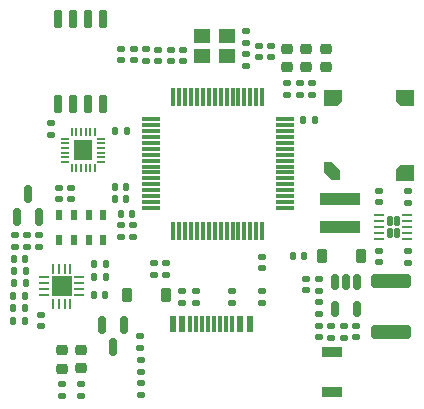
<source format=gbr>
%TF.GenerationSoftware,KiCad,Pcbnew,7.0.9*%
%TF.CreationDate,2024-03-28T09:14:24+03:00*%
%TF.ProjectId,MicroFlightController-v2,4d696372-6f46-46c6-9967-6874436f6e74,rev?*%
%TF.SameCoordinates,Original*%
%TF.FileFunction,Paste,Top*%
%TF.FilePolarity,Positive*%
%FSLAX46Y46*%
G04 Gerber Fmt 4.6, Leading zero omitted, Abs format (unit mm)*
G04 Created by KiCad (PCBNEW 7.0.9) date 2024-03-28 09:14:24*
%MOMM*%
%LPD*%
G01*
G04 APERTURE LIST*
G04 Aperture macros list*
%AMRoundRect*
0 Rectangle with rounded corners*
0 $1 Rounding radius*
0 $2 $3 $4 $5 $6 $7 $8 $9 X,Y pos of 4 corners*
0 Add a 4 corners polygon primitive as box body*
4,1,4,$2,$3,$4,$5,$6,$7,$8,$9,$2,$3,0*
0 Add four circle primitives for the rounded corners*
1,1,$1+$1,$2,$3*
1,1,$1+$1,$4,$5*
1,1,$1+$1,$6,$7*
1,1,$1+$1,$8,$9*
0 Add four rect primitives between the rounded corners*
20,1,$1+$1,$2,$3,$4,$5,0*
20,1,$1+$1,$4,$5,$6,$7,0*
20,1,$1+$1,$6,$7,$8,$9,0*
20,1,$1+$1,$8,$9,$2,$3,0*%
%AMOutline5P*
0 Free polygon, 5 corners , with rotation*
0 The origin of the aperture is its center*
0 number of corners: always 5*
0 $1 to $10 corner X, Y*
0 $11 Rotation angle, in degrees counterclockwise*
0 create outline with 5 corners*
4,1,5,$1,$2,$3,$4,$5,$6,$7,$8,$9,$10,$1,$2,$11*%
%AMOutline6P*
0 Free polygon, 6 corners , with rotation*
0 The origin of the aperture is its center*
0 number of corners: always 6*
0 $1 to $12 corner X, Y*
0 $13 Rotation angle, in degrees counterclockwise*
0 create outline with 6 corners*
4,1,6,$1,$2,$3,$4,$5,$6,$7,$8,$9,$10,$11,$12,$1,$2,$13*%
%AMOutline7P*
0 Free polygon, 7 corners , with rotation*
0 The origin of the aperture is its center*
0 number of corners: always 7*
0 $1 to $14 corner X, Y*
0 $15 Rotation angle, in degrees counterclockwise*
0 create outline with 7 corners*
4,1,7,$1,$2,$3,$4,$5,$6,$7,$8,$9,$10,$11,$12,$13,$14,$1,$2,$15*%
%AMOutline8P*
0 Free polygon, 8 corners , with rotation*
0 The origin of the aperture is its center*
0 number of corners: always 8*
0 $1 to $16 corner X, Y*
0 $17 Rotation angle, in degrees counterclockwise*
0 create outline with 8 corners*
4,1,8,$1,$2,$3,$4,$5,$6,$7,$8,$9,$10,$11,$12,$13,$14,$15,$16,$1,$2,$17*%
G04 Aperture macros list end*
%ADD10R,0.254000X0.812800*%
%ADD11R,0.812800X0.254000*%
%ADD12R,1.752600X1.752600*%
%ADD13RoundRect,0.140000X0.170000X-0.140000X0.170000X0.140000X-0.170000X0.140000X-0.170000X-0.140000X0*%
%ADD14RoundRect,0.225000X-0.225000X-0.375000X0.225000X-0.375000X0.225000X0.375000X-0.225000X0.375000X0*%
%ADD15RoundRect,0.135000X-0.185000X0.135000X-0.185000X-0.135000X0.185000X-0.135000X0.185000X0.135000X0*%
%ADD16RoundRect,0.140000X-0.170000X0.140000X-0.170000X-0.140000X0.170000X-0.140000X0.170000X0.140000X0*%
%ADD17RoundRect,0.135000X0.185000X-0.135000X0.185000X0.135000X-0.185000X0.135000X-0.185000X-0.135000X0*%
%ADD18R,1.700000X0.900000*%
%ADD19RoundRect,0.135000X-0.135000X-0.185000X0.135000X-0.185000X0.135000X0.185000X-0.135000X0.185000X0*%
%ADD20RoundRect,0.140000X-0.140000X-0.170000X0.140000X-0.170000X0.140000X0.170000X-0.140000X0.170000X0*%
%ADD21R,0.600000X1.450000*%
%ADD22R,0.300000X1.450000*%
%ADD23RoundRect,0.150000X0.150000X-0.650000X0.150000X0.650000X-0.150000X0.650000X-0.150000X-0.650000X0*%
%ADD24RoundRect,0.135000X0.135000X0.185000X-0.135000X0.185000X-0.135000X-0.185000X0.135000X-0.185000X0*%
%ADD25RoundRect,0.075000X-0.075000X0.700000X-0.075000X-0.700000X0.075000X-0.700000X0.075000X0.700000X0*%
%ADD26RoundRect,0.075000X-0.700000X0.075000X-0.700000X-0.075000X0.700000X-0.075000X0.700000X0.075000X0*%
%ADD27RoundRect,0.140000X0.140000X0.170000X-0.140000X0.170000X-0.140000X-0.170000X0.140000X-0.170000X0*%
%ADD28RoundRect,0.150000X-0.150000X0.587500X-0.150000X-0.587500X0.150000X-0.587500X0.150000X0.587500X0*%
%ADD29R,3.400000X0.980000*%
%ADD30RoundRect,0.218750X0.256250X-0.218750X0.256250X0.218750X-0.256250X0.218750X-0.256250X-0.218750X0*%
%ADD31RoundRect,0.120000X-0.120000X-0.285000X0.120000X-0.285000X0.120000X0.285000X-0.120000X0.285000X0*%
%ADD32RoundRect,0.062500X-0.350000X-0.062500X0.350000X-0.062500X0.350000X0.062500X-0.350000X0.062500X0*%
%ADD33RoundRect,0.250000X1.450000X-0.312500X1.450000X0.312500X-1.450000X0.312500X-1.450000X-0.312500X0*%
%ADD34RoundRect,0.147500X0.172500X-0.147500X0.172500X0.147500X-0.172500X0.147500X-0.172500X-0.147500X0*%
%ADD35RoundRect,0.218750X-0.256250X0.218750X-0.256250X-0.218750X0.256250X-0.218750X0.256250X0.218750X0*%
%ADD36Outline6P,-0.762000X0.000000X-0.112000X0.650000X0.762000X0.650000X0.762000X0.000000X0.112000X-0.650000X-0.762000X-0.650000X90.000000*%
%ADD37Outline5P,-0.762000X0.650000X0.762000X0.650000X0.762000X-0.260000X0.372000X-0.650000X-0.762000X-0.650000X0.000000*%
%ADD38Outline5P,-0.762000X0.260000X-0.372000X0.650000X0.762000X0.650000X0.762000X-0.650000X-0.762000X-0.650000X0.000000*%
%ADD39Outline5P,-0.762000X0.650000X0.762000X0.650000X0.762000X-0.650000X-0.372000X-0.650000X-0.762000X-0.260000X0.000000*%
%ADD40R,0.203200X0.660400*%
%ADD41R,0.660400X0.203200*%
%ADD42R,1.600200X1.752600*%
%ADD43R,1.400000X1.200000*%
%ADD44RoundRect,0.150000X-0.150000X0.512500X-0.150000X-0.512500X0.150000X-0.512500X0.150000X0.512500X0*%
%ADD45R,0.550000X0.950000*%
%ADD46RoundRect,0.150000X0.150000X-0.587500X0.150000X0.587500X-0.150000X0.587500X-0.150000X-0.587500X0*%
G04 APERTURE END LIST*
D10*
%TO.C,U7*%
X134974998Y-106650000D03*
X135474999Y-106650000D03*
X135974999Y-106650000D03*
X136475000Y-106650000D03*
D11*
X137198199Y-105926801D03*
X137198199Y-105426800D03*
X137198199Y-104926800D03*
X137198199Y-104426799D03*
D10*
X136475000Y-103703600D03*
X135974999Y-103703600D03*
X135474999Y-103703600D03*
X134974998Y-103703600D03*
D11*
X134251799Y-104426799D03*
X134251799Y-104926800D03*
X134251799Y-105426800D03*
X134251799Y-105926801D03*
D12*
X135724999Y-105176800D03*
%TD*%
D13*
%TO.C,C25*%
X165020000Y-98110000D03*
X165020000Y-97150000D03*
%TD*%
D14*
%TO.C,D1*%
X141300000Y-105875000D03*
X144600000Y-105875000D03*
%TD*%
D15*
%TO.C,R29*%
X154825000Y-87975000D03*
X154825000Y-88995000D03*
%TD*%
D16*
%TO.C,C2*%
X145925000Y-105595000D03*
X145925000Y-106555000D03*
%TD*%
D17*
%TO.C,R12*%
X142400000Y-110440000D03*
X142400000Y-109420000D03*
%TD*%
%TO.C,R4*%
X150140000Y-106590000D03*
X150140000Y-105570000D03*
%TD*%
D18*
%TO.C,SW1*%
X158640000Y-114160000D03*
X158640000Y-110760000D03*
%TD*%
D19*
%TO.C,R18*%
X138450000Y-103300000D03*
X139470000Y-103300000D03*
%TD*%
D15*
%TO.C,R3*%
X158570000Y-108530000D03*
X158570000Y-109550000D03*
%TD*%
D17*
%TO.C,R27*%
X133825000Y-101835000D03*
X133825000Y-100815000D03*
%TD*%
D20*
%TO.C,C5*%
X140290000Y-92020000D03*
X141250000Y-92020000D03*
%TD*%
D13*
%TO.C,C7*%
X145975000Y-86100000D03*
X145975000Y-85140000D03*
%TD*%
D14*
%TO.C,D2*%
X157802500Y-102640000D03*
X161102500Y-102640000D03*
%TD*%
D13*
%TO.C,C8*%
X152700000Y-103645000D03*
X152700000Y-102685000D03*
%TD*%
D21*
%TO.C,J1*%
X145140000Y-108395000D03*
X145940000Y-108395000D03*
D22*
X147140000Y-108395000D03*
X148140000Y-108395000D03*
X148640000Y-108395000D03*
X149640000Y-108395000D03*
D21*
X150840000Y-108395000D03*
X151640000Y-108395000D03*
X151640000Y-108395000D03*
X150840000Y-108395000D03*
D22*
X150140000Y-108395000D03*
X149140000Y-108395000D03*
X147640000Y-108395000D03*
X146640000Y-108395000D03*
D21*
X145940000Y-108395000D03*
X145140000Y-108395000D03*
%TD*%
D17*
%TO.C,R15*%
X157510000Y-105540000D03*
X157510000Y-104520000D03*
%TD*%
D15*
%TO.C,R8*%
X141800000Y-100025000D03*
X141800000Y-101045000D03*
%TD*%
D16*
%TO.C,C17*%
X134860000Y-91370000D03*
X134860000Y-92330000D03*
%TD*%
D13*
%TO.C,C3*%
X157510000Y-109510000D03*
X157510000Y-108550000D03*
%TD*%
D16*
%TO.C,C10*%
X153475000Y-84800000D03*
X153475000Y-85760000D03*
%TD*%
D23*
%TO.C,U4*%
X135390000Y-89725000D03*
X136660000Y-89725000D03*
X137930000Y-89725000D03*
X139200000Y-89725000D03*
X139200000Y-82525000D03*
X137930000Y-82525000D03*
X136660000Y-82525000D03*
X135390000Y-82525000D03*
%TD*%
D16*
%TO.C,C19*%
X140775000Y-85095000D03*
X140775000Y-86055000D03*
%TD*%
D24*
%TO.C,R19*%
X132660000Y-105975000D03*
X131640000Y-105975000D03*
%TD*%
D19*
%TO.C,R16*%
X138490000Y-104425000D03*
X139510000Y-104425000D03*
%TD*%
D25*
%TO.C,U1*%
X152700000Y-89115000D03*
X152200000Y-89115000D03*
X151700000Y-89115000D03*
X151200000Y-89115000D03*
X150700000Y-89115000D03*
X150200000Y-89115000D03*
X149700000Y-89115000D03*
X149200000Y-89115000D03*
X148700000Y-89115000D03*
X148200000Y-89115000D03*
X147700000Y-89115000D03*
X147200000Y-89115000D03*
X146700000Y-89115000D03*
X146200000Y-89115000D03*
X145700000Y-89115000D03*
X145200000Y-89115000D03*
D26*
X143275000Y-91040000D03*
X143275000Y-91540000D03*
X143275000Y-92040000D03*
X143275000Y-92540000D03*
X143275000Y-93040000D03*
X143275000Y-93540000D03*
X143275000Y-94040000D03*
X143275000Y-94540000D03*
X143275000Y-95040000D03*
X143275000Y-95540000D03*
X143275000Y-96040000D03*
X143275000Y-96540000D03*
X143275000Y-97040000D03*
X143275000Y-97540000D03*
X143275000Y-98040000D03*
X143275000Y-98540000D03*
D25*
X145200000Y-100465000D03*
X145700000Y-100465000D03*
X146200000Y-100465000D03*
X146700000Y-100465000D03*
X147200000Y-100465000D03*
X147700000Y-100465000D03*
X148200000Y-100465000D03*
X148700000Y-100465000D03*
X149200000Y-100465000D03*
X149700000Y-100465000D03*
X150200000Y-100465000D03*
X150700000Y-100465000D03*
X151200000Y-100465000D03*
X151700000Y-100465000D03*
X152200000Y-100465000D03*
X152700000Y-100465000D03*
D26*
X154625000Y-98540000D03*
X154625000Y-98040000D03*
X154625000Y-97540000D03*
X154625000Y-97040000D03*
X154625000Y-96540000D03*
X154625000Y-96040000D03*
X154625000Y-95540000D03*
X154625000Y-95040000D03*
X154625000Y-94540000D03*
X154625000Y-94040000D03*
X154625000Y-93540000D03*
X154625000Y-93040000D03*
X154625000Y-92540000D03*
X154625000Y-92040000D03*
X154625000Y-91540000D03*
X154625000Y-91040000D03*
%TD*%
D27*
%TO.C,C29*%
X132655000Y-102825000D03*
X131695000Y-102825000D03*
%TD*%
D19*
%TO.C,R20*%
X131640000Y-107050000D03*
X132660000Y-107050000D03*
%TD*%
D15*
%TO.C,R10*%
X142420000Y-111400000D03*
X142420000Y-112420000D03*
%TD*%
D13*
%TO.C,C16*%
X135500000Y-97805000D03*
X135500000Y-96845000D03*
%TD*%
D28*
%TO.C,Q1*%
X141030000Y-108470000D03*
X139130000Y-108470000D03*
X140080000Y-110345000D03*
%TD*%
D29*
%TO.C,L2*%
X159300000Y-97765000D03*
X159300000Y-100135000D03*
%TD*%
D30*
%TO.C,D5*%
X154825000Y-86650000D03*
X154825000Y-85075000D03*
%TD*%
D31*
%TO.C,U6*%
X163497500Y-99665000D03*
X163497500Y-100665000D03*
X164097500Y-99665000D03*
X164097500Y-100665000D03*
D32*
X162585000Y-99165000D03*
X162585000Y-99665000D03*
X162585000Y-100165000D03*
X162585000Y-100665000D03*
X162585000Y-101165000D03*
X165010000Y-101165000D03*
X165010000Y-100665000D03*
X165010000Y-100165000D03*
X165010000Y-99665000D03*
X165010000Y-99165000D03*
%TD*%
D15*
%TO.C,R14*%
X157510000Y-106530000D03*
X157510000Y-107550000D03*
%TD*%
D33*
%TO.C,L3*%
X163590000Y-109037500D03*
X163590000Y-104762500D03*
%TD*%
D30*
%TO.C,D7*%
X158075000Y-86650000D03*
X158075000Y-85075000D03*
%TD*%
D17*
%TO.C,R5*%
X144600000Y-104210000D03*
X144600000Y-103190000D03*
%TD*%
D13*
%TO.C,C4*%
X151350000Y-84560000D03*
X151350000Y-83600000D03*
%TD*%
D15*
%TO.C,R9*%
X140750000Y-100025000D03*
X140750000Y-101045000D03*
%TD*%
D20*
%TO.C,C18*%
X140730000Y-99050000D03*
X141690000Y-99050000D03*
%TD*%
D34*
%TO.C,L1*%
X152715000Y-106565000D03*
X152715000Y-105595000D03*
%TD*%
D35*
%TO.C,D4*%
X135770000Y-110562500D03*
X135770000Y-112137500D03*
%TD*%
D36*
%TO.C,U8*%
X158625000Y-95450000D03*
D37*
X158725000Y-89250000D03*
D38*
X164825000Y-95550000D03*
D39*
X164825000Y-89250000D03*
%TD*%
D13*
%TO.C,C23*%
X156420000Y-105490000D03*
X156420000Y-104530000D03*
%TD*%
D27*
%TO.C,C9*%
X157160000Y-91080000D03*
X156200000Y-91080000D03*
%TD*%
D15*
%TO.C,R23*%
X135770000Y-113450000D03*
X135770000Y-114470000D03*
%TD*%
D16*
%TO.C,C21*%
X162590000Y-102200000D03*
X162590000Y-103160000D03*
%TD*%
D15*
%TO.C,R31*%
X156900000Y-87955000D03*
X156900000Y-88975000D03*
%TD*%
D30*
%TO.C,D6*%
X156450000Y-86650000D03*
X156450000Y-85075000D03*
%TD*%
D17*
%TO.C,R26*%
X132800000Y-101845000D03*
X132800000Y-100825000D03*
%TD*%
D24*
%TO.C,R17*%
X132700000Y-103850000D03*
X131680000Y-103850000D03*
%TD*%
D15*
%TO.C,R22*%
X137410000Y-113420000D03*
X137410000Y-114440000D03*
%TD*%
%TO.C,R11*%
X142440000Y-113390000D03*
X142440000Y-114410000D03*
%TD*%
D20*
%TO.C,C6*%
X140225000Y-97775000D03*
X141185000Y-97775000D03*
%TD*%
D15*
%TO.C,R6*%
X143540000Y-103180000D03*
X143540000Y-104200000D03*
%TD*%
D16*
%TO.C,C13*%
X144950000Y-85140000D03*
X144950000Y-86100000D03*
%TD*%
%TO.C,C20*%
X160690000Y-108530000D03*
X160690000Y-109490000D03*
%TD*%
D15*
%TO.C,R24*%
X131750000Y-100800000D03*
X131750000Y-101820000D03*
%TD*%
D16*
%TO.C,C28*%
X134025000Y-107575000D03*
X134025000Y-108535000D03*
%TD*%
D17*
%TO.C,R2*%
X147140000Y-106590000D03*
X147140000Y-105570000D03*
%TD*%
D13*
%TO.C,C24*%
X162570000Y-98050000D03*
X162570000Y-97090000D03*
%TD*%
D20*
%TO.C,C26*%
X155300000Y-102600000D03*
X156260000Y-102600000D03*
%TD*%
D16*
%TO.C,C1*%
X141855000Y-85095000D03*
X141855000Y-86055000D03*
%TD*%
D40*
%TO.C,U9*%
X138570001Y-92146000D03*
X138169999Y-92146000D03*
X137770000Y-92146000D03*
X137370000Y-92146000D03*
X136970001Y-92146000D03*
X136569999Y-92146000D03*
D41*
X136046000Y-92669999D03*
X136046000Y-93070001D03*
X136046000Y-93470000D03*
X136046000Y-93870000D03*
X136046000Y-94269999D03*
X136046000Y-94670001D03*
D40*
X136569999Y-95194000D03*
X136970001Y-95194000D03*
X137370000Y-95194000D03*
X137770000Y-95194000D03*
X138169999Y-95194000D03*
X138570001Y-95194000D03*
D41*
X139094000Y-94670001D03*
X139094000Y-94269999D03*
X139094000Y-93870000D03*
X139094000Y-93470000D03*
X139094000Y-93070001D03*
X139094000Y-92669999D03*
D42*
X137570000Y-93670000D03*
%TD*%
D43*
%TO.C,Y1*%
X149775000Y-83975000D03*
X147575000Y-83975000D03*
X147575000Y-85675000D03*
X149775000Y-85675000D03*
%TD*%
D16*
%TO.C,C14*%
X143925000Y-85135000D03*
X143925000Y-86095000D03*
%TD*%
D17*
%TO.C,R7*%
X151350000Y-86520000D03*
X151350000Y-85500000D03*
%TD*%
D35*
%TO.C,D3*%
X137400000Y-110555000D03*
X137400000Y-112130000D03*
%TD*%
D13*
%TO.C,C15*%
X136550000Y-97780000D03*
X136550000Y-96820000D03*
%TD*%
D20*
%TO.C,C27*%
X138445000Y-105900000D03*
X139405000Y-105900000D03*
%TD*%
D17*
%TO.C,R1*%
X142885000Y-86105000D03*
X142885000Y-85085000D03*
%TD*%
D16*
%TO.C,C12*%
X152450000Y-84800000D03*
X152450000Y-85760000D03*
%TD*%
D27*
%TO.C,C11*%
X141180000Y-96775000D03*
X140220000Y-96775000D03*
%TD*%
D15*
%TO.C,R13*%
X159630000Y-108520000D03*
X159630000Y-109540000D03*
%TD*%
D44*
%TO.C,U5*%
X160740000Y-104782500D03*
X159790000Y-104782500D03*
X158840000Y-104782500D03*
X158840000Y-107057500D03*
X160740000Y-107057500D03*
%TD*%
D24*
%TO.C,R21*%
X132670000Y-108100000D03*
X131650000Y-108100000D03*
%TD*%
D19*
%TO.C,R25*%
X131665000Y-104925000D03*
X132685000Y-104925000D03*
%TD*%
D45*
%TO.C,U3*%
X139275000Y-99100000D03*
X138025000Y-99100000D03*
X136775000Y-99100000D03*
X135525000Y-99100000D03*
X135525000Y-101250000D03*
X136775000Y-101250000D03*
X138025000Y-101250000D03*
X139275000Y-101250000D03*
%TD*%
D13*
%TO.C,C22*%
X165020000Y-103170000D03*
X165020000Y-102210000D03*
%TD*%
D46*
%TO.C,Q2*%
X131925000Y-99275000D03*
X133825000Y-99275000D03*
X132875000Y-97400000D03*
%TD*%
D15*
%TO.C,R30*%
X155875000Y-87975000D03*
X155875000Y-88995000D03*
%TD*%
M02*

</source>
